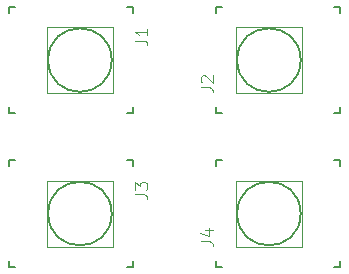
<source format=gbr>
G04 #@! TF.GenerationSoftware,KiCad,Pcbnew,(5.0.0)*
G04 #@! TF.CreationDate,2018-08-28T22:02:12+02:00*
G04 #@! TF.ProjectId,1u_mult,31755F6D756C742E6B696361645F7063,rev?*
G04 #@! TF.SameCoordinates,Original*
G04 #@! TF.FileFunction,Legend,Top*
G04 #@! TF.FilePolarity,Positive*
%FSLAX46Y46*%
G04 Gerber Fmt 4.6, Leading zero omitted, Abs format (unit mm)*
G04 Created by KiCad (PCBNEW (5.0.0)) date 08/28/18 22:02:12*
%MOMM*%
%LPD*%
G01*
G04 APERTURE LIST*
%ADD10C,0.066040*%
%ADD11C,0.127000*%
%ADD12C,0.076200*%
G04 APERTURE END LIST*
D10*
G04 #@! TO.C,J1*
X8799080Y-7299080D02*
X8799080Y-1700920D01*
X8799080Y-1700920D02*
X3200920Y-1700920D01*
X3200920Y-7299080D02*
X3200920Y-1700920D01*
X8799080Y-7299080D02*
X3200920Y-7299080D01*
D11*
X500900Y-8998340D02*
X520Y-8998340D01*
X520Y-8998340D02*
X520Y-8497960D01*
X520Y-502040D02*
X520Y-1660D01*
X520Y-1660D02*
X500900Y-1660D01*
X9997960Y-1660D02*
X10498340Y-1660D01*
X10498340Y-1660D02*
X10498340Y-502040D01*
X9997960Y-8998340D02*
X10498340Y-8998340D01*
X10498340Y-8998340D02*
X10498340Y-8497960D01*
X8689860Y-4500000D02*
G75*
G03X8689860Y-4500000I-2689860J0D01*
G01*
G04 #@! TO.C,J2*
X24689860Y-4500000D02*
G75*
G03X24689860Y-4500000I-2689860J0D01*
G01*
X17501660Y-1660D02*
X17501660Y-502040D01*
X18002040Y-1660D02*
X17501660Y-1660D01*
X17501660Y-8998340D02*
X17501660Y-8497960D01*
X18002040Y-8998340D02*
X17501660Y-8998340D01*
X27999480Y-8998340D02*
X27499100Y-8998340D01*
X27999480Y-8497960D02*
X27999480Y-8998340D01*
X27999480Y-1660D02*
X27999480Y-502040D01*
X27499100Y-1660D02*
X27999480Y-1660D01*
D10*
X19200920Y-1700920D02*
X24799080Y-1700920D01*
X24799080Y-1700920D02*
X24799080Y-7299080D01*
X19200920Y-7299080D02*
X24799080Y-7299080D01*
X19200920Y-1700920D02*
X19200920Y-7299080D01*
G04 #@! TO.C,J3*
X8799080Y-20299080D02*
X8799080Y-14700920D01*
X8799080Y-14700920D02*
X3200920Y-14700920D01*
X3200920Y-20299080D02*
X3200920Y-14700920D01*
X8799080Y-20299080D02*
X3200920Y-20299080D01*
D11*
X500900Y-21998340D02*
X520Y-21998340D01*
X520Y-21998340D02*
X520Y-21497960D01*
X520Y-13502040D02*
X520Y-13001660D01*
X520Y-13001660D02*
X500900Y-13001660D01*
X9997960Y-13001660D02*
X10498340Y-13001660D01*
X10498340Y-13001660D02*
X10498340Y-13502040D01*
X9997960Y-21998340D02*
X10498340Y-21998340D01*
X10498340Y-21998340D02*
X10498340Y-21497960D01*
X8689860Y-17500000D02*
G75*
G03X8689860Y-17500000I-2689860J0D01*
G01*
G04 #@! TO.C,J4*
X24689860Y-17500000D02*
G75*
G03X24689860Y-17500000I-2689860J0D01*
G01*
X17501660Y-13001660D02*
X17501660Y-13502040D01*
X18002040Y-13001660D02*
X17501660Y-13001660D01*
X17501660Y-21998340D02*
X17501660Y-21497960D01*
X18002040Y-21998340D02*
X17501660Y-21998340D01*
X27999480Y-21998340D02*
X27499100Y-21998340D01*
X27999480Y-21497960D02*
X27999480Y-21998340D01*
X27999480Y-13001660D02*
X27999480Y-13502040D01*
X27499100Y-13001660D02*
X27999480Y-13001660D01*
D10*
X19200920Y-14700920D02*
X24799080Y-14700920D01*
X24799080Y-14700920D02*
X24799080Y-20299080D01*
X19200920Y-20299080D02*
X24799080Y-20299080D01*
X19200920Y-14700920D02*
X19200920Y-20299080D01*
G04 #@! TO.C,J1*
D12*
X10676019Y-2857466D02*
X11401733Y-2857466D01*
X11546876Y-2905847D01*
X11643638Y-3002609D01*
X11692019Y-3147752D01*
X11692019Y-3244514D01*
X11692019Y-1841466D02*
X11692019Y-2422038D01*
X11692019Y-2131752D02*
X10676019Y-2131752D01*
X10821161Y-2228514D01*
X10917923Y-2325276D01*
X10966304Y-2422038D01*
G04 #@! TO.C,J2*
X16211219Y-6819866D02*
X16936933Y-6819866D01*
X17082076Y-6868247D01*
X17178838Y-6965009D01*
X17227219Y-7110152D01*
X17227219Y-7206914D01*
X16307980Y-6384438D02*
X16259600Y-6336057D01*
X16211219Y-6239295D01*
X16211219Y-5997390D01*
X16259600Y-5900628D01*
X16307980Y-5852247D01*
X16404742Y-5803866D01*
X16501504Y-5803866D01*
X16646647Y-5852247D01*
X17227219Y-6432819D01*
X17227219Y-5803866D01*
G04 #@! TO.C,J3*
X10676019Y-15857466D02*
X11401733Y-15857466D01*
X11546876Y-15905847D01*
X11643638Y-16002609D01*
X11692019Y-16147752D01*
X11692019Y-16244514D01*
X10676019Y-15470419D02*
X10676019Y-14841466D01*
X11063066Y-15180133D01*
X11063066Y-15034990D01*
X11111447Y-14938228D01*
X11159828Y-14889847D01*
X11256590Y-14841466D01*
X11498495Y-14841466D01*
X11595257Y-14889847D01*
X11643638Y-14938228D01*
X11692019Y-15034990D01*
X11692019Y-15325276D01*
X11643638Y-15422038D01*
X11595257Y-15470419D01*
G04 #@! TO.C,J4*
X16211219Y-19819866D02*
X16936933Y-19819866D01*
X17082076Y-19868247D01*
X17178838Y-19965009D01*
X17227219Y-20110152D01*
X17227219Y-20206914D01*
X16549885Y-18900628D02*
X17227219Y-18900628D01*
X16162838Y-19142533D02*
X16888552Y-19384438D01*
X16888552Y-18755485D01*
G04 #@! TD*
M02*

</source>
